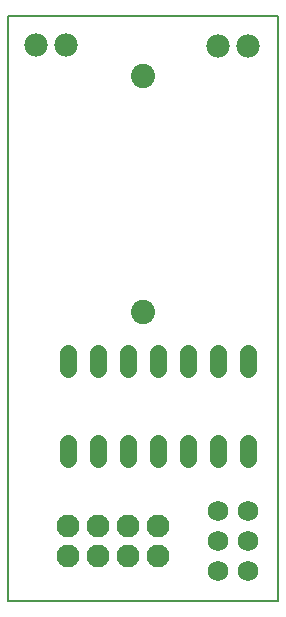
<source format=gbs>
G75*
%MOIN*%
%OFA0B0*%
%FSLAX24Y24*%
%IPPOS*%
%LPD*%
%AMOC8*
5,1,8,0,0,1.08239X$1,22.5*
%
%ADD10C,0.0080*%
%ADD11C,0.0560*%
%ADD12C,0.0768*%
%ADD13C,0.0780*%
%ADD14C,0.0680*%
%ADD15C,0.0808*%
D10*
X000150Y000150D02*
X009150Y000150D01*
X009150Y019650D01*
X000150Y019650D01*
X000150Y000150D01*
D11*
X002150Y004890D02*
X002150Y005410D01*
X003150Y005410D02*
X003150Y004890D01*
X004150Y004890D02*
X004150Y005410D01*
X005150Y005410D02*
X005150Y004890D01*
X006150Y004890D02*
X006150Y005410D01*
X007150Y005410D02*
X007150Y004890D01*
X008150Y004890D02*
X008150Y005410D01*
X008150Y007890D02*
X008150Y008410D01*
X007150Y008410D02*
X007150Y007890D01*
X006150Y007890D02*
X006150Y008410D01*
X005150Y008410D02*
X005150Y007890D01*
X004150Y007890D02*
X004150Y008410D01*
X003150Y008410D02*
X003150Y007890D01*
X002150Y007890D02*
X002150Y008410D01*
D12*
X002150Y002650D03*
X002150Y001650D03*
X003150Y001650D03*
X003150Y002650D03*
X004150Y002650D03*
X004150Y001650D03*
X005150Y001650D03*
X005150Y002650D03*
D13*
X007150Y018650D03*
X008150Y018650D03*
X002068Y018685D03*
X001068Y018685D03*
D14*
X007150Y003150D03*
X007150Y002150D03*
X007150Y001150D03*
X008150Y001150D03*
X008150Y002150D03*
X008150Y003150D03*
D15*
X004650Y009776D03*
X004650Y017650D03*
M02*

</source>
